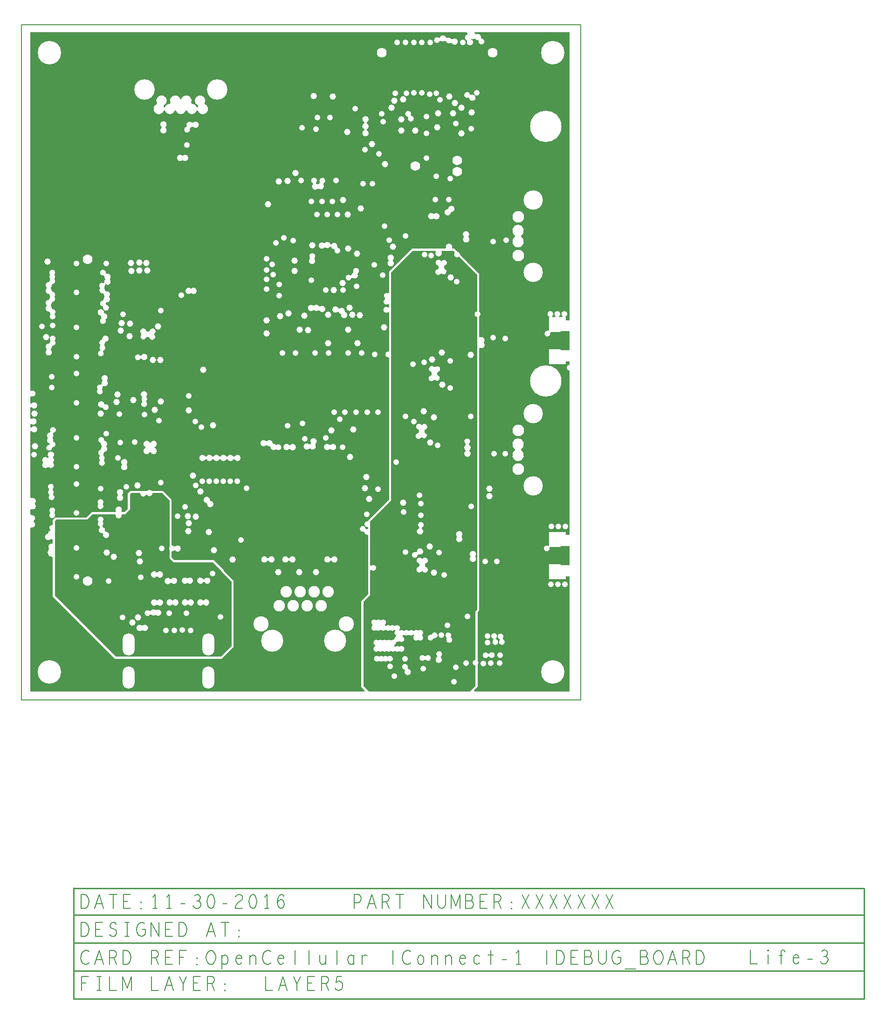
<source format=gbr>
G04 ================== begin FILE IDENTIFICATION RECORD ==================*
G04 Layout Name:  D:/shamshu/Dburg/final/OC_Connect-1_DEBUG_Life-3_final.brd*
G04 Film Name:    L5P.gbr*
G04 File Format:  Gerber RS274X*
G04 File Origin:  Cadence Allegro 16.6-2015-S060*
G04 Origin Date:  Thu Dec 01 02:08:26 2016*
G04 *
G04 Layer:  VIA CLASS/L5_PWR*
G04 Layer:  PIN/L5_PWR*
G04 Layer:  ETCH/L5_PWR*
G04 Layer:  DRAWING FORMAT/L5*
G04 Layer:  DRAWING FORMAT/FILM_LABEL_OUTLINE*
G04 Layer:  BOARD GEOMETRY/OUTLINE*
G04 *
G04 Offset:    (0.000 0.000)*
G04 Mirror:    No*
G04 Mode:      Positive*
G04 Rotation:  0*
G04 FullContactRelief:  No*
G04 UndefLineWidth:     6.000*
G04 ================== end FILE IDENTIFICATION RECORD ====================*
%FSLAX25Y25*MOIN*%
%IR0*IPPOS*OFA0.00000B0.00000*MIA0B0*SFA1.00000B1.00000*%
%ADD10C,.026*%
%ADD11C,.01*%
%ADD12C,.006*%
%ADD26C,.224004*%
%ADD20C,.109004*%
%ADD24C,.138004*%
%ADD18C,.146114*%
%ADD21C,.158004*%
%ADD13O,.087004X.158004*%
%ADD14C,.1678*%
%ADD15C,.042004*%
%ADD17C,.070004*%
%ADD19C,.082004*%
%ADD16C,.046004*%
%ADD25C,.083004*%
%ADD23C,.070164*%
%ADD22C,.069374*%
G75*
%LPD*%
G75*
G36*
G01X389056Y273558D02*
X388984Y273938D01*
X389123Y274005D01*
G03X386896Y274268I-905J1895D01*
G02X386644Y273558I-252J-311D01*
G01X384792D01*
G02X384541Y274268I0J400D01*
G03X381896I-1322J1632D01*
G02X381644Y273558I-252J-311D01*
G01X379792D01*
G02X379540Y274268I0J400D01*
G03X377314Y274005I-1322J1632D01*
G01X377452Y273938D01*
X377264Y272938D01*
Y264286D01*
G02X376744Y263905I-400J0D01*
G03X378160Y262390I-626J-2005D01*
G02X378549Y262883I389J93D01*
G01X385576D01*
Y263572D01*
X392000D01*
Y250034D01*
X385576D01*
Y250723D01*
X377264D01*
Y240049D01*
X389434D01*
Y242116D01*
X392000D01*
Y239600D01*
G03Y235400I0J-2100D01*
G01Y117891D01*
X389434D01*
Y119958D01*
X377264D01*
Y110468D01*
G02X376664Y110121I-400J0D01*
G03X377660Y108790I-1046J-1821D01*
G02X378049Y109283I389J93D01*
G01X385576D01*
Y109972D01*
X392000D01*
Y96434D01*
X385576D01*
Y97123D01*
X377264D01*
Y86449D01*
X389434D01*
Y88516D01*
X392000D01*
Y6200D01*
X323805D01*
G02X323522Y6883I0J400D01*
G01X326218Y9579D01*
Y25130D01*
G03Y28070I-1500J1470D01*
G01Y62779D01*
X327318Y63879D01*
Y251333D01*
G02X327911Y251684I400J0D01*
G03X330626Y255345I1107J2016D01*
G02X330618Y255623I140J143D01*
G03X327896Y259234I-1700J1550D01*
G02X327318Y259592I-178J358D01*
G01Y274076D01*
G03Y277524I-1200J1723D01*
G01Y304721D01*
X313519Y318521D01*
X313514Y318596D01*
G03X311546Y320565I-2096J-128D01*
G01X311470Y320569D01*
X309440Y322600D01*
X308226D01*
G02X307855Y323148I0J400D01*
G03X303581I-2137J852D01*
G02X303210Y322600I-372J-148D01*
G01X279197D01*
X262818Y306221D01*
Y291110D01*
G02X262231Y290756I-400J0D01*
G03X260007Y287207I-982J-1856D01*
G02X259965Y286535I-237J-323D01*
G03X262189Y282978I1022J-1835D01*
G02X262818Y282650I229J-328D01*
G01Y280876D01*
G02X262173Y280560I-400J0D01*
G03Y277240I-1286J-1660D01*
G02X262818Y276924I245J-316D01*
G01Y249488D01*
G02X262379Y249090I-400J0D01*
G03Y244910I-205J-2090D01*
G02X262818Y244512I39J-398D01*
G01Y143321D01*
X247918Y128421D01*
Y128186D01*
G02X247475Y127788I-400J0D01*
G03Y123612I-225J-2088D01*
G02X247918Y123214I43J-398D01*
G01Y122586D01*
G02X247475Y122188I-400J0D01*
G03X246624Y122105I-225J-2088D01*
G02X246107Y122446I-119J382D01*
G03X244643Y120227I-2089J-215D01*
G02X245160Y119886I119J-382D01*
G03X247475Y118012I2089J214D01*
G02X247918Y117614I43J-398D01*
G01Y75721D01*
X243018Y70821D01*
Y9279D01*
X245414Y6883D01*
G02X245131Y6200I-283J-283D01*
G01X6418D01*
Y122887D01*
G02X6919Y123274I400J0D01*
G03X8772Y127417I581J2226D01*
G02Y128083I221J333D01*
G03X6919Y132226I-1272J1917D01*
G02X6418Y132613I-101J387D01*
G01Y136072D01*
G02X6993Y136432I400J0D01*
G03X9627Y140126I1007J2068D01*
G02X9616Y140679I283J283D01*
G03X6982Y144334I-1694J1556D01*
G02X6418Y144699I-163J365D01*
G01Y191909D01*
G02X7141Y192145I400J0D01*
G03Y194855I1859J1355D01*
G02X6418Y195091I-323J236D01*
G01Y196962D01*
G02X7067Y197275I400J0D01*
G03Y200874I1433J1800D01*
G02X6418Y201187I-249J313D01*
G01Y208984D01*
G02X7141Y209220I400J0D01*
G03Y211930I1859J1355D01*
G02X6418Y212166I-323J236D01*
G01Y216797D01*
G02X7007Y217149I400J0D01*
G03Y220851I993J1851D01*
G02X6418Y221203I-189J352D01*
G01Y477400D01*
X318305D01*
X318354Y477272D01*
G03X318978Y476376I2146J828D01*
G02X318806Y475687I-265J-300D01*
G03X318408Y471348I536J-2237D01*
G01X318461Y471325D01*
X318594Y471126D01*
G03X321634Y472302I2106J-926D01*
G01X321582Y472325D01*
X321535Y472395D01*
G02X321794Y472683I166J111D01*
G03X324064Y472716I1106J2017D01*
G01X324162Y472774D01*
X324358Y472666D01*
X324385Y472626D01*
G03X326515Y471610I1915J1275D01*
G02X326944Y471130I37J-398D01*
G03X328922Y472799I2056J-430D01*
G02X328521Y473302I-15J400D01*
G03X325136Y475884I-2221J598D01*
G01X325038Y475826D01*
X324842Y475934D01*
X324811Y475980D01*
X324804Y475990D01*
G03X324105Y476659I-1904J-1290D01*
G02X324315Y477400I210J341D01*
G01X392000D01*
Y271491D01*
X389434D01*
Y273558D01*
X389056D01*
G37*
G36*
G01X248218Y6200D02*
X244518Y9900D01*
Y70200D01*
X249418Y75100D01*
Y92717D01*
G02X250098Y93002I400J0D01*
G03Y95998I1472J1498D01*
G02X249418Y96283I-280J285D01*
G01Y127800D01*
X264318Y142700D01*
Y305600D01*
X279818Y321100D01*
X295972D01*
G02X296314Y320493I0J-400D01*
G03X300248I1967J-1193D01*
G02X300590Y321100I342J207D01*
G01X308818D01*
X309949Y319969D01*
G03X312919Y316999I1469J-1501D01*
G01X325818Y304100D01*
Y277885D01*
X325662Y277850D01*
G03Y273750I456J-2050D01*
G01X325818Y273715D01*
Y64500D01*
X324718Y63400D01*
Y28700D01*
G03Y24500I0J-2100D01*
G01Y10200D01*
X320718Y6200D01*
X248218D01*
G37*
%LPC*%
G75*
G36*
G01X320773Y432838D02*
G03X321350Y432547I395J64D01*
G02X320113Y430257I1050J-2047D01*
G03X319552Y430581I-398J-42D01*
G02X320773Y432838I-853J1919D01*
G37*
G36*
G01X278375Y418150D02*
G03X278690Y417585I363J-168D01*
G02X276531Y416382I-253J-2085D01*
G03X276216Y416947I-363J168D01*
G02X278375Y418150I253J2085D01*
G37*
G36*
G01X117883Y409708D02*
G03X118145Y410259I-102J387D01*
G02X122070Y412602I2096J947D01*
G03X122706I318J243D01*
G02Y409810I1828J-1396D01*
G03X122070I-318J-243D01*
G02X120682Y408948I-1828J1396D01*
G03X120384Y408415I77J-393D01*
G02X117883Y409708I-1966J-738D01*
G37*
G36*
G01X102953Y409615D02*
G03Y408979I243J-318D01*
G02X100161I-1396J-1828D01*
G03Y409615I-243J318D01*
G02X102953I1396J1828D01*
G37*
G36*
G01X115110Y389143D02*
G03X115390I140J143D01*
G02Y385857I1610J-1643D01*
G03X115110I-140J-143D01*
G02Y389143I-1610J1643D01*
G37*
G36*
G01X307293Y348703D02*
G03X307082Y348517I-11J-200D01*
G02X304912Y350966I-2295J152D01*
G03X305123Y351152I11J200D01*
G02X307293Y348703I2295J-152D01*
G37*
G36*
G01X295158Y344110D02*
G03X294616I-271J-294D01*
G02Y347490I-1560J1691D01*
G03X295158I271J294D01*
G02Y344110I1560J-1690D01*
G37*
G36*
G01X319635Y331366D02*
G03X319650Y330819I299J-266D01*
G02X316298Y330727I-1633J-1620D01*
G03X316283Y331274I-299J266D01*
G02X319635Y331366I1633J1620D01*
G37*
G36*
G01X357199Y331926D02*
G03Y331233I200J-346D01*
G02X353037I-2081J-3591D01*
G03Y331926I-200J346D01*
G02X357199I2081J3591D01*
G37*
G36*
G01X206186Y315519D02*
G03X206232Y316048I-275J290D01*
G02X209489Y315906I1686J1252D01*
G03Y315376I299J-265D01*
G02X206186Y315519I-1721J-1526D01*
G37*
G36*
G01X265561Y314447D02*
G03Y313853I268J-297D01*
G02X262475I-1543J-1706D01*
G03Y314447I-268J297D01*
G02X265561I1543J1706D01*
G37*
G36*
G01X121404Y290763D02*
G03X121132I-136J-147D01*
G02Y294137I-1564J1687D01*
G03X121404I136J147D01*
G02Y290763I1564J-1687D01*
G37*
G36*
G01X212810Y281295D02*
G03X213440Y281172I361J173D01*
G02X212915Y278477I1548J-1701D01*
G03X212285Y278600I-361J-173D01*
G02X209243Y278551I-1548J1701D01*
G03X208706Y278536I-260J-304D01*
G02X208612Y281949I-1588J1664D01*
G03X209148Y281964I260J304D01*
G02X212810Y281295I1588J-1664D01*
G37*
G36*
G01X231204Y277645D02*
G03X231346Y277413I196J-40D01*
G02X228464Y275659I-627J-2213D01*
G03X228323Y275891I-196J40D01*
G02X226789Y277316I628J2213D01*
G03X226140Y277471I-376J-137D01*
G02X226729Y279938I-1572J1679D01*
G03X227378Y279783I376J137D01*
G02X231204Y277645I1572J-1679D01*
G37*
G36*
G01X22160Y284531D02*
G03X21792Y284098I30J-399D01*
G02X21045Y282196I-2292J-198D01*
G03Y281604I269J-296D01*
G02X21799Y279815I-1545J-1704D01*
G03X22202Y279400I400J-15D01*
G02X23749Y275862I17J-2100D01*
G03Y275588I146J-137D01*
G02X20687I-1531J-1438D01*
G03Y275862I-146J137D01*
G02X20119Y277223I1531J1438D01*
G03X19687Y277607I-400J-15D01*
G02X17955Y281604I-187J2293D01*
G03Y282196I-269J296D01*
G02X19500Y286200I1545J1704D01*
G03X19900Y286604I0J400D01*
G02X20469Y288063I2100J21D01*
G03Y288337I-146J137D01*
G02X19900Y289796I1531J1438D01*
G03X19500Y290200I-400J4D01*
G02X17955Y294204I0J2300D01*
G03Y294796I-269J296D01*
G02X19504Y298800I1545J1704D01*
G03X19904Y299224I1J400D01*
G02X20469Y300788I2096J126D01*
G03Y301062I-146J137D01*
G02X20408Y303870I1531J1438D01*
G03Y304130I-152J130D01*
G02X23592I1592J1370D01*
G03Y303870I152J-130D01*
G02X23531Y301062I-1592J-1370D01*
G03Y300788I146J-137D01*
G02X22148Y297255I-1531J-1438D01*
G03X21780Y296804I28J-399D01*
G02X21045Y294796I-2280J-304D01*
G03Y294204I269J-296D01*
G02X21792Y292302I-1545J-1704D01*
G03X22160Y291869I399J-34D01*
G02X23531Y288337I-160J-2094D01*
G03Y288063I146J-137D01*
G02X22160Y284531I-1531J-1438D01*
G37*
G36*
G01X60139Y272156D02*
G03X60060Y271884I96J-176D01*
G02X57062Y272628I-1842J-1009D01*
G03X57119Y272906I-110J167D01*
G02X56753Y274446I1918J1269D01*
G03X56403Y274891I-397J47D01*
G02X58959Y276903I272J2284D01*
G03X59309Y276459I397J-47D01*
G02X60139Y272156I-272J-2284D01*
G37*
G36*
G01X91448Y259149D02*
G03X90952Y259469I-394J-67D01*
G02X89695Y259528I-533J2031D01*
G03X89167Y259240I-138J-376D01*
G02X85712Y261260I-2049J460D01*
G03X85696Y261868I-268J297D01*
G02X89100Y263772I1322J1632D01*
G03X89644Y263452I397J52D01*
G02X91192I774J-1952D01*
G03X91736Y263772I147J372D01*
G02X94943Y261726I2082J-273D01*
G03X94895Y261086I214J-338D01*
G02X91448Y259149I-1376J-1586D01*
G37*
G36*
G01X17955Y250204D02*
G03Y250796I-269J296D01*
G02X19686Y254793I1545J1704D01*
G03X20118Y255201I32J399D01*
G02X20687Y256688I2100J50D01*
G03Y256962I-146J137D01*
G02X23749I1531J1438D01*
G03Y256688I146J-137D01*
G02X22193Y253150I-1531J-1438D01*
G03X21790Y252713I-5J-400D01*
G02X21045Y250796I-2290J-213D01*
G03Y250204I269J-296D01*
G02X17955I-1545J-1704D01*
G37*
G36*
G01X57385Y257571D02*
G03X57715Y258011I-67J394D01*
G02X60200Y255983I2285J264D01*
G03X59835Y255571I35J-398D01*
G02X59142Y253940I-2099J-71D01*
G03X59158Y253332I268J-297D01*
G02X58505Y249709I-1322J-1632D01*
G03X58329Y249069I127J-379D01*
G02X56068Y249691I-1593J-1369D01*
G03X56244Y250331I-127J379D01*
G02X56430Y253260I1593J1369D01*
G03X56414Y253868I-268J297D01*
G02X57385Y257571I1322J1632D01*
G37*
G36*
G01X89232Y213548D02*
G03X89216Y212972I269J-296D01*
G02X86304Y213052I-1498J-1472D01*
G03X86320Y213628I-269J296D01*
G02X86195Y216433I1498J1472D01*
G03X86167Y216715I-155J127D01*
G02X89268Y216898I1451J1785D01*
G03X89273Y216614I143J-139D01*
G02X89232Y213548I-1455J-1514D01*
G37*
G36*
G01X59225Y211617D02*
G03X59722Y211283I397J53D01*
G02X58192Y208833I528J-2033D01*
G03X57673Y209133I-392J-79D01*
G02X59225Y211617I-728J2182D01*
G37*
G36*
G01X206455Y179723D02*
G03X205841I-307J-257D01*
G02Y182677I-1764J1477D01*
G03X206455I307J257D01*
G02X206863Y183059I1764J-1477D01*
G03X206962Y183602I-236J323D01*
G02X210239Y183007I1922J1264D01*
G03X210140Y182464I236J-323D01*
G02X206455Y179723I-1922J-1264D01*
G37*
G36*
G01X182224Y179193D02*
G03X181941Y179194I-142J-140D01*
G02X178022Y180852I-1619J1634D01*
G03X177572Y181253I-400J4D01*
G02X175525Y182058I-284J2283D01*
G03X174912I-307J-257D01*
G02Y185012I-1763J1477D01*
G03X175525I307J257D01*
G02X179588Y183512I1764J-1477D01*
G03X180038Y183111I400J-4D01*
G02X182087Y182303I284J-2283D01*
G03X182369Y182278I153J128D01*
G02X182224Y179193I1349J-1610D01*
G37*
G36*
G01X221022Y179364D02*
G03X220397I-312J-250D01*
G02Y182236I-1797J1436D01*
G03X221022I312J250D01*
G02Y179364I1797J-1436D01*
G37*
G36*
G01X191461Y182157D02*
G03X192102Y182135I329J227D01*
G02X192007Y179393I1798J-1435D01*
G03X191366Y179415I-329J-227D01*
G02X191461Y182157I-1798J1435D01*
G37*
G36*
G01X357199Y179226D02*
G03Y178533I200J-346D01*
G02X353037I-2081J-3591D01*
G03Y179226I-200J346D01*
G02X357199I2081J3591D01*
G37*
G36*
G01X59095Y185682D02*
G03X59421Y185261I399J-27D01*
G02X60643Y181390I-421J-2261D01*
G03Y181110I143J-140D01*
G02X59157Y177205I-1643J-1610D01*
G03X58971Y176992I14J-200D01*
G02X58438Y175441I-2095J-147D01*
G03X58538Y174826I297J-267D01*
G02X59000Y171530I-1038J-1826D01*
G03Y170970I286J-280D01*
G02X56000I-1500J-1470D01*
G03Y171530I-286J280D01*
G02X55938Y174404I1500J1470D01*
G03X55838Y175019I-297J267D01*
G02X56559Y178921I1038J1826D01*
G03X56727Y179149I-30J198D01*
G02X57357Y181110I2273J351D01*
G03Y181390I-143J140D01*
G02X56727Y183354I1643J1610D01*
G03X56439Y183801I-395J62D01*
G02X59095Y185682I561J2024D01*
G37*
G36*
G01X18704Y173045D02*
G03X19296I296J269D01*
G02X19398Y173150I1704J-1545D01*
G03Y173724I-279J287D01*
G02X22602I1602J1650D01*
G03Y173150I279J-287D01*
G02X22643Y169890I-1602J-1650D01*
G03Y169610I143J-140D01*
G02X19296Y166455I-1643J-1610D01*
G03X18704I-296J-269D01*
G02X15357Y169610I-1704J1545D01*
G03Y169890I-143J140D01*
G02X18704Y173045I1643J1610D01*
G37*
G36*
G01X75143Y168390D02*
G03Y168110I143J-140D01*
G02X71857I-1643J-1610D01*
G03Y168390I-143J140D01*
G02X75143I1643J1610D01*
G37*
G36*
G01X22628Y147173D02*
G03X22708Y146593I310J-253D01*
G02X19872Y146202I-1208J-1718D01*
G03X19792Y146782I-310J253D01*
G02X19740Y150180I1208J1718D01*
G03Y150820I-240J320D01*
G02X22260I1260J1680D01*
G03Y150180I240J-320D01*
G02X22628Y147173I-1260J-1680D01*
G37*
G36*
G01X72045Y146796D02*
G03Y146204I269J-296D01*
G02X68955I-1545J-1704D01*
G03Y146796I-269J296D01*
G02X72045I1545J1704D01*
G37*
G36*
G01X132715Y140261D02*
G03X132344Y140705I-397J45D01*
G02X134785Y142739I156J2295D01*
G03X135156Y142295I397J-45D01*
G02X132715Y140261I-156J-2295D01*
G37*
G36*
G01X58092Y140130D02*
G03Y139870I152J-130D01*
G02X54908I-1592J-1370D01*
G03Y140130I-152J130D01*
G02X58092I1592J1370D01*
G37*
G36*
G01X341967Y42916D02*
G03X341823Y43556I-295J270D01*
G02X344169Y44084I795J1944D01*
G03X344313Y43444I295J-270D01*
G02X341967Y42916I-795J-1944D01*
G37*
G36*
G01X308077Y472230D02*
G02X307556Y469766I1623J-1630D01*
G03X306917Y469919I-373J-145D01*
G02X303494Y470917I-1401J1565D01*
G03X302855Y471119I-385J-108D01*
G02X299778Y471269I-1455J1781D01*
G03X299113Y471100I-282J-284D01*
G02X298511Y473256I-2013J600D01*
G03X299168Y473455I269J296D01*
G02X303643Y473409I2232J-555D01*
G03X304270Y473175I390J89D01*
G02X307430Y472348I1245J-1691D01*
G03X308077Y472230I365J165D01*
G37*
G36*
G01X101729Y421281D02*
G02X96690Y425962I-3559J1221D01*
G03X96879Y426529I-157J368D01*
G02X101619Y424949I3260J1879D01*
G03X101430Y424381I157J-368D01*
G02X101729Y423724I-3260J-1879D01*
G03X102485I378J130D01*
G02X106187Y426262I3559J-1221D01*
G03X106566Y426830I15J400D01*
G02X113540Y429629I3415J1578D01*
G03X114296I378J130D01*
G02X121270Y426830I3559J-1221D01*
G03X121649Y426262I363J-168D01*
G02X125351Y423724I143J-3760D01*
G03X126107I378J130D01*
G02X126406Y424381I3559J-1221D01*
G03X126217Y424949I-347J200D01*
G02X130957Y426529I1480J3459D01*
G03X131146Y425962I347J-200D01*
G02X126107Y421281I-1480J-3459D01*
G03X125351I-378J-130D01*
G02X118233I-3559J1221D01*
G03X117477I-378J-130D01*
G02X110359I-3559J1221D01*
G03X109603I-378J-130D01*
G02X102485I-3559J1221D01*
G03X101729I-378J-130D01*
G37*
G36*
G01X246869Y407261D02*
G02X245131I-869J-2130D01*
G03Y408002I-151J370D01*
G02Y412261I869J2130D01*
G03Y413002I-151J370D01*
G02X246869I869J2130D01*
G03Y412261I151J-370D01*
G02Y408002I-869J-2130D01*
G03Y407261I151J-370D01*
G37*
G36*
G01X211799Y365507D02*
G02X208508Y368677I-1830J1393D01*
G03X208405Y369356I-254J309D01*
G02X210607Y369741I795J1944D01*
G03X210741Y369067I268J-297D01*
G02X211572Y368549I-772J-2167D01*
G03X212170Y368593I279J287D01*
G02X213279Y369384I1830J-1393D01*
G03X213481Y369994I-125J380D01*
G02X215971Y369247I1719J1206D01*
G03X215804Y368626I147J-372D01*
G02X212396Y365551I-1804J-1426D01*
G03X211799Y365507I-279J-287D01*
G37*
G36*
G01X226145Y323288D02*
G02X223880Y321706I-226J-2088D01*
G03X223510Y322202I-388J96D01*
G02X221397Y323883I104J2298D01*
G03X220672Y323986I-385J-107D01*
G02X217218Y323456I-1954J1214D01*
G03X216641Y323397I-261J-303D01*
G02X216318Y326544I-1823J1403D01*
G03X216896Y326603I261J303D01*
G02X220934Y325817I1822J-1403D01*
G03X221659Y325714I385J107D01*
G02X225806Y323806I1954J-1214D01*
G03X226145Y323288I381J-121D01*
G37*
G36*
G01X235974Y301672D02*
G02X235347Y303409I-2088J228D01*
G03X236024Y303668I278J287D01*
G02X237197Y305509I2294J-168D01*
G03X237373Y306009I-195J349D01*
G02X240497Y305062I1945J791D01*
G03X240365Y304548I225J-331D01*
G02X236660Y301906I-2047J-1048D01*
G03X235974Y301672I-288J-277D01*
G37*
G36*
G01X60599Y282419D02*
G02X58410Y280877I-163J-2094D01*
G03X58055Y281381I-386J105D01*
G02X58331Y285572I163J2094D01*
G03X58744Y286050I21J399D01*
G02X59357Y288110I2256J450D01*
G03Y288390I-143J140D01*
G02X58722Y290315I1643J1610D01*
G03X58231Y290759I-396J55D01*
G02X56151Y294178I-495J2041D01*
G03X56133Y294721I-302J262D01*
G02X58676Y298018I1493J1477D01*
G03X59264Y298458I200J346D01*
G02X59857Y300610I2235J542D01*
G03Y300890I-143J140D01*
G02X59260Y303021I1643J1610D01*
G03X58766Y303498I-390J91D01*
G02X60284Y305144I-548J2028D01*
G03X60799Y304691I393J-73D01*
G02X63143Y300890I701J-2191D01*
G03Y300610I143J-140D01*
G02X60286Y297047I-1643J-1610D01*
G03X59683Y296625I-211J-340D01*
G02X59212Y294821I-2056J-427D01*
G03X59229Y294277I302J-262D01*
G02X59829Y292621I-1493J-1477D01*
G03X60342Y292204I399J-34D01*
G02X62643Y288390I658J-2204D01*
G03Y288110I143J-140D01*
G02X60740Y284214I-1643J-1610D01*
G03X60298Y283762I-45J-397D01*
G02X60244Y282923I-2080J-288D01*
G03X60599Y282419I386J-105D01*
G37*
G36*
G01X85084Y243936D02*
G02X84939Y246104I-1866J964D01*
G03X85630Y246165I328J229D01*
G02X85777Y243966I2088J-965D01*
G03X85084Y243936I-338J-215D01*
G37*
G36*
G01X57592Y221870D02*
G02X54408I-1592J-1370D01*
G03Y222130I-152J130D01*
G02X56741Y225465I1592J1370D01*
G03X57270Y225937I141J374D01*
G02X57857Y228110I2230J563D01*
G03Y228390I-143J140D01*
G02X61143I1643J1610D01*
G03Y228110I143J-140D01*
G02X58603Y224382I-1643J-1610D01*
G03X58055Y223932I-156J-368D01*
G02X57592Y222130I-2055J-432D01*
G03Y221870I152J-130D01*
G37*
G36*
G01X21884Y180184D02*
G02X19738Y182393I-2097J109D01*
G03X20128Y182772I-9J400D01*
G02X20173Y183108I2097J-110D01*
G03X20020Y183345I-195J42D01*
G02X18815Y187156I484J2249D01*
G03X18815Y187428I-147J136D01*
G02X20389Y191292I1685J1566D01*
G03X20711Y191901I-19J400D01*
G02X22696Y190909I1789J1099D01*
G03X22403Y190286I37J-398D01*
G02X22188Y187432I-1903J-1292D01*
G03X22188Y187160I147J-136D01*
G02X22703Y184922I-1685J-1566D01*
G03X22836Y184672I191J-58D01*
G02X22274Y180563I-611J-2009D01*
G03X21884Y180184I9J-400D01*
G37*
G36*
G01X91630Y177131D02*
G02X88631Y180130I-2130J869D01*
G03Y180870I-151J370D01*
G02X91630Y183869I869J2130D01*
G03X92370I370J151D01*
G02X95369Y180870I2130J-869D01*
G03Y180130I151J-370D01*
G02X92370Y177131I-869J-2130D01*
G03X91630I-370J-151D01*
G37*
G36*
G01X131548Y172131D02*
G02Y173869I-2130J869D01*
G03X132288I370J151D01*
G02X136548I2130J-869D01*
G03X137288I370J151D01*
G02X141548I2130J-869D01*
G03X142288I370J151D01*
G02X146548I2130J-869D01*
G03X147288I370J151D01*
G02X151548I2130J-869D01*
G03X152288I370J151D01*
G02Y172131I2130J-869D01*
G03X151548I-370J-151D01*
G02X147288I-2130J869D01*
G03X146548I-370J-151D01*
G02X142288I-2130J869D01*
G03X141548I-370J-151D01*
G02X137288I-2130J869D01*
G03X136548I-370J-151D01*
G02X132288I-2130J869D01*
G03X131548I-370J-151D01*
G37*
G36*
G01X220848Y99573D02*
G02Y101312I-2130J869D01*
G03X221588I370J151D01*
G02Y99573I2130J-869D01*
G03X220848I-370J-151D01*
G37*
G36*
G01X190848D02*
G02Y101312I-2130J869D01*
G03X191588I370J151D01*
G02Y99573I2130J-869D01*
G03X190848I-370J-151D01*
G37*
G36*
G01X175848D02*
G02Y101312I-2130J869D01*
G03X176588I370J151D01*
G02Y99573I2130J-869D01*
G03X175848I-370J-151D01*
G37*
G36*
G01X339483Y43392D02*
G02X337481Y43020I-665J-1992D01*
G03X337353Y43708I-255J309D01*
G02X339355Y44080I665J1992D01*
G03X339483Y43392I255J-309D01*
G37*
G36*
G01X333811Y30991D02*
G02X333721Y32977I-1893J909D01*
G03X334425Y33009I343J205D01*
G02X334515Y31023I1893J-909D01*
G03X333811Y30991I-343J-205D01*
G37*
G36*
G01X23500Y134030D02*
G03Y133470I286J-280D01*
G02X20500I-1500J-1470D01*
G03Y134030I-286J280D01*
G02X23500I1500J1470D01*
G37*
G36*
G01X20981Y115332D02*
G02X18966Y118800I-1981J1168D01*
G03X19413Y120330I-1848J1370D01*
G02X19877Y120753I399J28D01*
G03X20295Y120726I341J2072D01*
G02X20500Y120970I1705J-1226D01*
G03Y121530I-286J280D01*
G02X22015Y125100I1500J1470D01*
G03X22418Y125500I3J400D01*
G01Y128740D01*
X24179Y130500D01*
X46379D01*
X50179Y134300D01*
X67133D01*
G03X67484Y134893I0J400D01*
G02X71516I2016J1107D01*
G03X71867Y134300I351J-193D01*
G01X73479D01*
X76000Y136821D01*
Y147621D01*
X77879Y149500D01*
X86359D01*
X86388Y149509D01*
G02X87612I612J-2009D01*
G01X87641Y149500D01*
X89756D01*
G02X93244I1744J-1500D01*
G01X101040D01*
X107318Y143221D01*
Y110799D01*
G03X107707Y110399I400J0D01*
G02X109206Y109710I-58J-2099D01*
G03X109816Y109729I297J268D01*
G02Y106871I1802J-1429D01*
G03X109206Y106890I-313J-249D01*
G02X107707Y106201I-1557J1409D01*
G03X107318Y105801I11J-400D01*
G01Y102021D01*
X109339Y100000D01*
X137440D01*
X144518Y92921D01*
Y92521D01*
X151718Y85321D01*
Y37979D01*
X143240Y29500D01*
X66997D01*
X22418Y74079D01*
Y101710D01*
G03X22018Y102110I-400J0D01*
G02X21730Y102233I0J400D01*
G03X19877Y102847I-1512J-1458D01*
G02X19413Y103270I-65J395D01*
G03X18595Y105193I-2295J160D01*
G02Y105807I257J307D01*
G03X19413Y107730I-1477J1763D01*
G02X19524Y108036I399J28D01*
G03X19550Y108281I-144J139D01*
G02X21941Y111758I1951J1219D01*
G03X22418Y112150I77J393D01*
G01Y114310D01*
G03X22018Y114710I-400J0D01*
G02X21730Y114833I0J400D01*
G03X20981Y115332I-1512J-1458D01*
G37*
G36*
G01X302117Y308755D02*
G03X302405Y308243I381J-123D01*
G02X300356Y304796I-487J-2043D01*
G03X299724Y304748I-297J-267D01*
G02X297851Y307997I-1756J1152D01*
G03X298195Y308557I-22J399D01*
G02X298114Y310028I1924J843D01*
G03X297810Y310540I-382J120D01*
G02X299890Y313871I408J2060D01*
G03X300514Y313855I318J242D01*
G02X302469Y310429I1604J-1355D01*
G03X302149Y309933I67J-394D01*
G02X302117Y308755I-2031J-533D01*
G37*
G36*
G01X297317Y232755D02*
G03X297605Y232243I381J-123D01*
G02X295556Y228796I-487J-2043D01*
G03X294924Y228748I-297J-267D01*
G02X293051Y231997I-1756J1152D01*
G03X293395Y232557I-22J399D01*
G02X293314Y234028I1924J843D01*
G03X293010Y234540I-382J120D01*
G02X295090Y237871I408J2060D01*
G03X295714Y237855I318J242D01*
G02X297669Y234429I1604J-1355D01*
G03X297349Y233933I67J-394D01*
G02X297317Y232755I-2031J-533D01*
G37*
G36*
G01X284114Y192828D02*
G03X283810Y193340I-382J120D01*
G02X285890Y196671I408J2060D01*
G03X286514Y196655I318J242D01*
G02X288469Y193229I1604J-1355D01*
G03X288149Y192733I67J-394D01*
G02X288117Y191555I-2031J-533D01*
G03X288405Y191043I381J-123D01*
G02X286356Y187596I-487J-2043D01*
G03X285724Y187548I-297J-267D01*
G02X283851Y190797I-1756J1152D01*
G03X284195Y191357I-22J399D01*
G02X284114Y192828I1924J843D01*
G37*
G36*
G01X314725Y116936D02*
G03Y116664I147J-136D01*
G02X311352I-1687J-1564D01*
G03Y116936I-147J136D01*
G02X314725I1687J1564D01*
G37*
G36*
G01X324505Y102736D02*
G03Y102464I147J-136D01*
G02X321132I-1687J-1564D01*
G03Y102736I-147J136D01*
G02X324505I1687J1564D01*
G37*
G36*
G01X288869Y97529D02*
G03X288549Y97033I67J-394D01*
G02X288471Y95726I-2031J-533D01*
G03X288791Y95182I372J-147D01*
G02X286807Y91883I-272J-2082D01*
G03X286167Y91899I-326J-232D01*
G02X284216Y95278I-1649J1301D01*
G03X284536Y95806I-58J396D01*
G02X284514Y97128I1982J694D01*
G03X284210Y97640I-382J120D01*
G02X286290Y100971I408J2060D01*
G03X286914Y100955I318J242D01*
G02X288869Y97529I1604J-1355D01*
G37*
G36*
G01X295023Y44159D02*
G03X294548Y43894I-94J-389D01*
G02X293045Y46582I-1998J648D01*
G03X293520Y46848I94J389D01*
G02X295023Y44159I1998J-648D01*
G37*
G36*
G01X307029Y45136D02*
G03X307141Y44608I345J-203D01*
G02X304108Y43964I-1222J-1708D01*
G03X303996Y44492I-345J203D01*
G02X307029Y45136I1222J1708D01*
G37*
G36*
G01X289038Y28740D02*
G03X288398I-320J-240D01*
G02Y31260I-1680J1260D01*
G03X289038I320J240D01*
G02Y28740I1680J-1260D01*
G37*
G36*
G01X255848Y27908D02*
G03X255588I-130J-152D01*
G02Y31092I-1370J1592D01*
G03X255848I130J152D01*
G02X258588I1370J-1592D01*
G03X258849I130J152D01*
G02X261617Y31066I1370J-1592D01*
G03X262150I266J298D01*
G02Y27934I1399J-1566D01*
G03X261617I-266J-298D01*
G02X258849Y27908I-1399J1566D01*
G03X258588I-130J-152D01*
G02X255848I-1370J1592D01*
G37*
G36*
G01X299899Y31079D02*
G03X299864Y30445I225J-331D01*
G02X297186Y30675I-1499J-1745D01*
G03X297258Y31306I-205J343D01*
G02X299899Y31079I1460J1510D01*
G37*
G36*
G01X276126Y22854D02*
G03X276449Y22289I363J-167D01*
G02X274184Y21075I-231J-2289D01*
G03X273893Y21657I-354J187D01*
G02X276126Y22854I325J2075D01*
G37*
G36*
G01X320310Y177932D02*
G02X317526I-1392J-1832D01*
G03Y178568I-242J318D01*
G02X317682Y182340I1392J1831D01*
G03X317678Y183016I-215J337D01*
G02X320000Y183086I1109J1784D01*
G03X320037Y182410I231J-326D01*
G02X320310Y178568I-1119J-2010D01*
G03Y177932I242J-318D01*
G37*
G36*
G01X286178Y122476D02*
G02X284373Y122713I-1178J-1976D01*
G03X284481Y123434I-109J385D01*
G02X286260Y123200I1137J1766D01*
G03X286178Y122476I122J-381D01*
G37*
G36*
G01X283331Y103749D02*
G02X282155Y105523I-2097J-114D01*
G03X282729Y105921I175J359D01*
G02X283921Y104122I2289J223D01*
G03X283331Y103749I-191J-352D01*
G37*
G36*
G01X255088Y34908D02*
G02X252802Y38390I-1370J1592D01*
G03Y39110I-174J360D01*
G02X255088Y42592I916J1890D01*
G03X255349I130J152D01*
G02X258088I1370J-1592D01*
G03X258348I130J152D01*
G02X261088I1370J-1592D01*
G03X261349I130J152D01*
G02X264088I1370J-1592D01*
G03X264348I130J152D01*
G02X266138Y43058I1370J-1592D01*
G03X266618Y43458I80J392D01*
G02X267802Y45390I2100J42D01*
G03Y46110I-174J360D01*
G02X267218Y49470I916J1890D01*
G03Y50030I-286J280D01*
G02X267120Y50137I1500J1470D01*
G03X266816I-152J-130D01*
G02X263848Y49908I-1598J1363D01*
G03X263588I-130J-152D01*
G02X260748Y50000I-1370J1592D01*
G03X260188I-280J-286D01*
G02X257248I-1470J1500D01*
G03X256688I-280J-286D01*
G02X253848Y49908I-1470J1500D01*
G03X253588I-130J-152D01*
G02X250958Y53180I-1370J1592D01*
G03Y53820I-240J320D01*
G02X253588Y57092I1260J1680D01*
G03X253848I130J152D01*
G02X256688Y57000I1370J-1592D01*
G03X257248I280J286D01*
G02X259978Y53820I1470J-1500D01*
G03Y53180I240J-320D01*
G02X260188Y53000I-1260J-1680D01*
G03X260748I280J286D01*
G02X263588Y53092I1470J-1500D01*
G03X263848I130J152D01*
G02X266688Y53000I1370J-1592D01*
G03X267248I280J286D01*
G02X270081Y49902I1470J-1500D01*
G03Y49598I130J-152D01*
G02X270088Y49592I-1355J-1604D01*
G03X270348I130J152D01*
G02X273188Y49500I1370J-1592D01*
G03X273748I280J286D01*
G02X276688I1470J-1500D01*
G03X277248I280J286D01*
G02X280188I1470J-1500D01*
G03X280748I280J286D01*
G02X283588Y49592I1470J-1500D01*
G03X283849I130J152D01*
G02X286718Y46530I1370J-1592D01*
G03Y45970I286J-280D01*
G02X283849Y42908I-1500J-1470D01*
G03X283588I-130J-152D01*
G02X280718Y45970I-1370J1592D01*
G03Y46530I-286J280D01*
G02X280620Y46637I1500J1470D01*
G03X280316I-152J-130D01*
G02X277248Y46500I-1598J1363D01*
G03X276688I-280J-286D01*
G02X273748I-1470J1500D01*
G03X273188I-280J-286D01*
G02X272634Y46110I-1470J1500D01*
G03Y45390I174J-360D01*
G02X270348Y41908I-916J-1890D01*
G03X270088I-130J-152D01*
G02X268298Y41442I-1370J1592D01*
G03X267818Y41042I-80J-392D01*
G02X266634Y39110I-2100J-42D01*
G03Y38390I174J-360D01*
G02X267088Y38092I-916J-1890D01*
G03X267349I130J152D01*
G02X270088I1370J-1592D01*
G03X270348I130J152D01*
G02Y34908I1370J-1592D01*
G03X270088I-130J-152D01*
G02X267349I-1370J1592D01*
G03X267088I-130J-152D01*
G02X264348I-1370J1592D01*
G03X264088I-130J-152D01*
G02X261349I-1370J1592D01*
G03X261088I-130J-152D01*
G02X258348I-1370J1592D01*
G03X258088I-130J-152D01*
G02X255349I-1370J1592D01*
G03X255088I-130J-152D01*
G37*
G54D26*
X374998Y228000D03*
Y410038D03*
G54D20*
X171226Y54508D03*
X232210D03*
G54D24*
X365787Y153013D03*
Y204746D03*
Y357446D03*
Y305713D03*
G54D18*
X88052Y436282D03*
X139784D03*
G54D21*
X179218Y42500D03*
X224218D03*
G54D13*
X133561Y16103D03*
X76475D03*
G54D14*
X20000Y20000D03*
Y462677D03*
X380000Y20000D03*
Y462677D03*
G54D15*
X9000Y175500D03*
X39218Y212500D03*
Y187500D03*
Y166750D03*
Y154500D03*
X56500Y151000D03*
X60500Y190500D03*
X70000Y204500D03*
X69000Y173000D03*
X75000Y152500D03*
X70500Y184000D03*
X81000Y184500D03*
X14500Y267000D03*
X39218Y245500D03*
Y266250D03*
Y291250D03*
X22218Y267850D03*
X39218Y233250D03*
X72618Y275800D03*
X21500Y223500D03*
Y231000D03*
X39218Y312000D03*
X60500D03*
X111618Y131282D03*
X117000Y138000D03*
X156874Y114500D03*
X129218Y156400D03*
X154218D03*
X149218D03*
X144218D03*
X139218D03*
X134218D03*
X119718Y217500D03*
X124218Y199000D03*
X87918Y204000D03*
X99500Y155500D03*
X124500Y153500D03*
X98218Y199740D03*
X128500Y195000D03*
X114418Y289500D03*
X99500Y278300D03*
X118418Y396677D03*
X200962Y197700D03*
X202618Y186800D03*
X229718Y180668D03*
X231362Y205604D03*
X223488D03*
X227518Y200668D03*
X217518Y187268D03*
X190118Y196200D03*
X161000Y151500D03*
X195961Y247900D03*
X219583D03*
X186449D03*
X210071D03*
X184150Y289200D03*
X175250Y293800D03*
X217718Y293000D03*
X229818Y293100D03*
X184250Y297200D03*
X175250Y300600D03*
Y307400D03*
Y315400D03*
X182087Y326700D03*
X194218Y328232D03*
X187718Y330417D03*
X225918Y347168D03*
X218697D03*
X211218Y347200D03*
X222418Y356468D03*
X214918D03*
X207418D03*
X179835Y303906D03*
X179401Y311265D03*
X207228Y300038D03*
X211700Y416500D03*
X200000Y371500D03*
X210500Y408000D03*
X200500Y409000D03*
X224800Y371300D03*
X220600Y416500D03*
X246950Y132800D03*
X254984Y205604D03*
X247110D03*
X239236D03*
X254818Y150768D03*
X252662Y247000D03*
X233693Y247900D03*
X243205D03*
X239618Y295700D03*
X274618Y331700D03*
X258318Y303778D03*
X305774Y357800D03*
X295974D03*
X262918Y328700D03*
X259587Y338600D03*
X252218Y311000D03*
X244300Y369100D03*
X251000Y369000D03*
X257532Y418969D03*
X289563Y405000D03*
X299350Y429050D03*
X296600Y433700D03*
X292000Y433000D03*
X286406Y434100D03*
X296718Y374300D03*
X289718Y387500D03*
X255500Y390500D03*
X245500Y393500D03*
X267200Y433700D03*
X275400D03*
X280500Y434100D03*
X238700Y422800D03*
X289500Y417000D03*
X258500Y413500D03*
X268698Y470100D03*
X274604D03*
X280509D03*
X286415D03*
X292320D03*
X333418Y41000D03*
X333118Y45600D03*
X342118Y32100D03*
X341918Y26300D03*
X335718D03*
X330218Y26200D03*
X378818Y124100D03*
X378618Y82600D03*
X339794Y99000D03*
X331642D03*
X346092Y175926D03*
X337940D03*
X346092Y258400D03*
X337218Y259100D03*
X346718Y328626D03*
X337168Y327650D03*
X310706Y412000D03*
X321468Y408532D03*
X325776Y434100D03*
X306618Y372700D03*
X315700Y470100D03*
X388818Y124100D03*
X383818D03*
X388618Y82600D03*
X383618D03*
X39218Y133750D03*
X300218Y46500D03*
X266718Y16968D03*
X263550Y24000D03*
X287218Y22500D03*
X274218Y29500D03*
X304618Y53300D03*
X274718Y105613D03*
X302218Y89432D03*
X298518Y105513D03*
X284718Y146400D03*
X285518Y140400D03*
X285589Y131916D03*
X273247Y134484D03*
X297518Y182032D03*
X274518Y202868D03*
X267818Y170200D03*
X280729Y199108D03*
X280018Y240100D03*
X287918Y241500D03*
X288418Y318368D03*
X293018Y317600D03*
X318818Y59700D03*
X309218Y13032D03*
X310518Y23500D03*
X317918Y26300D03*
X321618Y138400D03*
X306718Y223132D03*
X321318Y202700D03*
X306718Y242469D03*
X311418Y299132D03*
G54D17*
X47218Y315125D03*
G54D19*
X184218Y67500D03*
X189218Y77500D03*
X194218Y67500D03*
X199218Y77500D03*
X204218Y67500D03*
X209218Y77500D03*
X214218Y67500D03*
X219218Y77500D03*
G54D16*
X9500Y181500D03*
X9250Y204750D03*
X56500Y204725D03*
X83000Y153500D03*
X79950Y214500D03*
X68000Y213000D03*
X68500Y218500D03*
X77418Y259900D03*
X17500Y259500D03*
X71000Y264000D03*
X71500Y269500D03*
X77518Y269200D03*
X18500Y313500D03*
X78518Y306800D03*
X84418Y307100D03*
X84218Y312700D03*
X78418Y312500D03*
X134000Y120000D03*
X124500Y131000D03*
X119168Y120750D03*
X119518Y126300D03*
X128000Y149000D03*
X137500Y107000D03*
X151000Y100500D03*
X119000Y131500D03*
X95187Y207500D03*
X119718Y207000D03*
X122500Y160500D03*
X137000Y196500D03*
X99500Y213500D03*
X99418Y242932D03*
X93918D03*
X130000Y236000D03*
X97718Y266900D03*
X89818Y307100D03*
X89418Y312500D03*
X210710Y91523D03*
X198718Y91532D03*
X183718D03*
X221618Y192800D03*
X219218Y254932D03*
Y275300D03*
X202218Y274800D03*
X175118Y271500D03*
X190818Y276400D03*
X223218Y293000D03*
X175418Y262000D03*
X199018Y264700D03*
X205018Y264500D03*
X185018Y274400D03*
X176118Y354500D03*
X229618Y298100D03*
X195318Y313900D03*
X195118Y306700D03*
X230018Y357500D03*
X207828Y325190D03*
X183900Y370800D03*
X190200Y370900D03*
X208900Y431600D03*
X196000Y376800D03*
X222500Y431500D03*
X248618Y143800D03*
X245518Y151500D03*
X246518Y159500D03*
X237318Y193532D03*
X234818Y173632D03*
X240318Y255100D03*
X259418Y266500D03*
X234500Y280500D03*
X233518Y264700D03*
X236500Y275500D03*
X242018Y274900D03*
X239918Y319000D03*
X242718Y351500D03*
X233318Y347200D03*
X233518Y322800D03*
X265700Y324100D03*
X260000Y383000D03*
X264500Y423500D03*
X297294Y409500D03*
X273000Y429500D03*
X271500Y407000D03*
X266500Y428500D03*
X250700Y397300D03*
X232800Y406000D03*
X271500Y415000D03*
X281668Y407000D03*
X298000Y419500D03*
X334596Y145655D03*
X334579Y151155D03*
X308500Y419500D03*
X322000Y420000D03*
X310032Y426800D03*
X306095Y431300D03*
X314500Y405000D03*
Y423500D03*
X295018Y91044D03*
X292018Y109600D03*
X273000Y141000D03*
X287581Y206500D03*
X292418Y184200D03*
X294818Y202200D03*
X293581Y243300D03*
X300618Y248300D03*
X301018Y225400D03*
X321318Y246700D03*
X306918Y302200D03*
G54D25*
X355118Y165100D03*
Y192659D03*
Y317800D03*
Y345359D03*
G54D23*
X257591Y462596D03*
X336843D03*
G54D22*
X281618Y381600D03*
X311618Y377600D03*
Y385600D03*
%LPD*%
G75*
G36*
G01X67618Y31000D02*
X23918Y74700D01*
Y118644D01*
X23934Y118681D01*
G03Y120319I-1934J819D01*
G01X23918Y120356D01*
Y122144D01*
X23934Y122181D01*
G03Y123819I-1934J819D01*
G01X23918Y123856D01*
Y128118D01*
X24800Y129000D01*
X47000D01*
X50800Y132800D01*
X66830D01*
G02X67225Y132341I0J-400D01*
G03X71775I2275J-341D01*
G02X72170Y132800I396J59D01*
G01X74100D01*
X77500Y136200D01*
Y147000D01*
X78500Y148000D01*
X84502D01*
G02X84902Y147584I0J-400D01*
G03X88913Y146632I2099J-84D01*
G02X89606Y146694I364J-165D01*
G03X93793Y147816I1894J1306D01*
G01X93808Y148000D01*
X100418D01*
X105818Y142600D01*
Y109329D01*
G03Y107271I1831J-1029D01*
G01Y101400D01*
X108718Y98500D01*
X136818D01*
X143018Y92300D01*
Y91900D01*
X150218Y84700D01*
Y38600D01*
X142618Y31000D01*
X67618D01*
G37*
%LPC*%
G75*
G36*
G01X97175Y88223D02*
G03X96561I-307J-257D01*
G02Y91177I-1764J1477D01*
G03X97175I307J257D01*
G02Y88223I1763J-1477D01*
G37*
G36*
G01X118762Y83619D02*
G03X118489I-137J-146D01*
G02Y86979I-1571J1680D01*
G03X118762I137J146D01*
G02Y83619I1571J-1680D01*
G37*
G36*
G01X107204Y83806D02*
G03X106548Y83776I-318J-242D01*
G02X106429Y86394I-1947J1224D01*
G03X107086Y86424I318J242D01*
G02X107204Y83806I1947J-1224D01*
G37*
G36*
G01X130295Y68223D02*
G03X129682I-307J-257D01*
G02Y71177I-1763J1477D01*
G03X130295I307J257D01*
G02Y68223I1763J-1477D01*
G37*
G36*
G01X119295D02*
G03X118682I-307J-257D01*
G02Y71177I-1764J1477D01*
G03X119295I307J257D01*
G02Y68223I1764J-1477D01*
G37*
G36*
G01X108295D02*
G03X107682I-307J-257D01*
G02Y71177I-1763J1477D01*
G03X108295I307J257D01*
G02Y68223I1763J-1477D01*
G37*
G36*
G01X97245Y68173D02*
G03X96632I-307J-257D01*
G02Y71127I-1763J1477D01*
G03X97245I307J257D01*
G02Y68173I1763J-1477D01*
G37*
G36*
G01X92547Y61032D02*
G03X91900Y60988I-308J-255D01*
G02X91658Y63528I-1782J1112D01*
G03X92302Y63607I293J272D01*
G02X95936Y64135I2016J-1107D01*
G03X96208Y64126I141J142D01*
G02X96099Y60755I1509J-1736D01*
G03X95827Y60764I-141J-142D01*
G02X92547Y61032I-1509J1736D01*
G37*
G36*
G01X86687Y49883D02*
G03X86139Y49868I-266J-299D01*
G02X86049Y53217I-1621J1632D01*
G03X86597Y53232I266J299D01*
G02X86687Y49883I1621J-1632D01*
G37*
G36*
G01X60132Y120271D02*
G02X58312Y118711I368J-2271D01*
G03X57868Y119229I-380J124D01*
G02X56053Y123288I-368J2271D01*
G03X55914Y123983I-252J311D01*
G02X54908Y127370I586J2017D01*
G03Y127630I-152J130D01*
G02X58092I1592J1370D01*
G03Y127370I152J-130D01*
G02X57885Y124422I-1592J-1370D01*
G03X58053Y123733I264J-301D01*
G02X59688Y120789I-553J-2233D01*
G03X60132Y120271I380J-124D01*
G37*
G36*
G01X129997Y84317D02*
G02X129997Y86282I-2080J983D01*
G03X130720Y86283I362J171D01*
G02X130720Y84317I2080J-983D01*
G03X129997Y84317I-362J-171D01*
G37*
G54D13*
X133561Y39567D03*
X76475D03*
G54D15*
X72250Y59000D03*
X39218Y108750D03*
Y88000D03*
X62218Y85032D03*
X85153Y87565D03*
X103118Y49659D03*
X109118Y49700D03*
X114918Y50100D03*
X121018Y49659D03*
X117918Y62200D03*
X105682Y62000D03*
X142126Y59500D03*
X100387Y108300D03*
X136500Y90500D03*
G54D17*
X47218Y84875D03*
G54D16*
X79387Y55432D03*
X83318Y59000D03*
X84000Y105000D03*
X61000Y105500D03*
X66000Y102500D03*
X84518Y99000D03*
%LPD*%
G75*
G54D10*
X8500Y187500D03*
X73718Y75700D03*
X69318Y75800D03*
X65118Y75900D03*
X79000Y142500D03*
X73618Y80500D03*
X69418D03*
X65100D03*
X79500Y107000D03*
X66500Y195000D03*
Y199000D03*
X20500Y215000D03*
Y218500D03*
X86500Y140000D03*
X100118Y142500D03*
X95500Y137500D03*
X96450Y108800D03*
X186150Y196100D03*
X226518Y294900D03*
X186218Y253400D03*
X186118Y243500D03*
X229818Y322100D03*
X182918Y321100D03*
X208418Y321300D03*
X207718Y304400D03*
X283318Y72300D03*
X271318D03*
X259318D03*
X253318D03*
X275718Y73100D03*
X256718Y68853D03*
X264718Y70987D03*
X299218Y7647D03*
X292718Y9832D03*
X287218D03*
X268618Y102000D03*
X267118Y98500D03*
X271218Y98476D03*
X267850Y93200D03*
Y87700D03*
X283318Y77300D03*
X277318D03*
X271318D03*
X265318D03*
X259318D03*
X253318D03*
X283318Y82300D03*
X277318D03*
X271318D03*
X265318D03*
X259318D03*
X253318D03*
X270550Y180800D03*
X267350Y190200D03*
X271018Y195700D03*
X237487Y197468D03*
X276550Y224300D03*
Y229800D03*
X279218Y235200D03*
X281250Y300300D03*
Y305800D03*
X283918Y311200D03*
X239118Y299300D03*
X239818Y312950D03*
X308552Y19658D03*
G54D11*
G01X37218Y-193700D02*
X602518D01*
G01X37218Y-213700D02*
X602718D01*
Y-134771D01*
G01X37218Y-173700D02*
X602718D01*
G01X37218Y-153700D02*
X602618D01*
G01X37218Y-134300D02*
Y-213700D01*
G01Y-134500D02*
X602718D01*
G54D12*
G01X0Y0D02*
X400000D01*
Y482677D01*
X0D01*
Y0D01*
G01X42718Y-149000D02*
Y-139000D01*
X45218D01*
X46218Y-139500D01*
X46968Y-140167D01*
X47593Y-141166D01*
X48093Y-142334D01*
X48218Y-144000D01*
X48093Y-145667D01*
X47593Y-146834D01*
X46968Y-147834D01*
X46218Y-148500D01*
X45218Y-149000D01*
X42718D01*
G01X52343D02*
X55468Y-139000D01*
X58593Y-149000D01*
G01X57468Y-145500D02*
X53468D01*
G01X65468Y-139000D02*
Y-149000D01*
G01X62593Y-139000D02*
X68343D01*
G01X77968Y-149000D02*
X72968D01*
Y-139000D01*
X77968D01*
G01X75968Y-143833D02*
X72968D01*
G01X85468Y-149333D02*
X85218Y-149167D01*
Y-148833D01*
X85468Y-148667D01*
X85718Y-148833D01*
Y-149167D01*
X85468Y-149333D01*
G01Y-144834D02*
X85218Y-144667D01*
Y-144333D01*
X85468Y-144167D01*
X85718Y-144333D01*
Y-144667D01*
X85468Y-144834D01*
G01X95468Y-149000D02*
Y-139000D01*
X93968Y-141000D01*
G01Y-149000D02*
X96968D01*
G01X105468D02*
Y-139000D01*
X103968Y-141000D01*
G01Y-149000D02*
X106968D01*
G01X113843Y-145667D02*
X117093D01*
G01X122718Y-147000D02*
X123468Y-148167D01*
X124468Y-148833D01*
X125593Y-149000D01*
X126593Y-148833D01*
X127593Y-148000D01*
X128218Y-147000D01*
X128343Y-146000D01*
X128093Y-144834D01*
X127218Y-144000D01*
X126343Y-143667D01*
X125218D01*
G01X126343D02*
X127093Y-143167D01*
X127718Y-142334D01*
X127968Y-141333D01*
X127718Y-140333D01*
X127093Y-139500D01*
X125968Y-139000D01*
X124843Y-139167D01*
X123718Y-139834D01*
G01X135468Y-139000D02*
X134468Y-139333D01*
X133718Y-140167D01*
X133218Y-141166D01*
X132843Y-142500D01*
X132718Y-144000D01*
X132843Y-145500D01*
X133218Y-146834D01*
X133718Y-147834D01*
X134468Y-148667D01*
X135468Y-149000D01*
X136468Y-148667D01*
X137218Y-147834D01*
X137718Y-146834D01*
X138093Y-145500D01*
X138218Y-144000D01*
X138093Y-142500D01*
X137718Y-141166D01*
X137218Y-140167D01*
X136468Y-139333D01*
X135468Y-139000D01*
G01X143843Y-145667D02*
X147093D01*
G01X153093Y-140667D02*
X153843Y-139667D01*
X154718Y-139167D01*
X155718Y-139000D01*
X156968Y-139333D01*
X157843Y-140167D01*
X158093Y-141166D01*
X157968Y-142167D01*
X157468Y-143000D01*
X154968Y-144667D01*
X153843Y-145833D01*
X153093Y-147500D01*
X152843Y-149000D01*
X158093D01*
G01X165468Y-139000D02*
X164468Y-139333D01*
X163718Y-140167D01*
X163218Y-141166D01*
X162843Y-142500D01*
X162718Y-144000D01*
X162843Y-145500D01*
X163218Y-146834D01*
X163718Y-147834D01*
X164468Y-148667D01*
X165468Y-149000D01*
X166468Y-148667D01*
X167218Y-147834D01*
X167718Y-146834D01*
X168093Y-145500D01*
X168218Y-144000D01*
X168093Y-142500D01*
X167718Y-141166D01*
X167218Y-140167D01*
X166468Y-139333D01*
X165468Y-139000D01*
G01X175468Y-149000D02*
Y-139000D01*
X173968Y-141000D01*
G01Y-149000D02*
X176968D01*
G01X183093Y-144834D02*
X183968Y-143667D01*
X184718Y-143000D01*
X185718Y-142667D01*
X186593Y-143000D01*
X187218Y-143667D01*
X187718Y-144667D01*
X187843Y-145833D01*
X187718Y-146834D01*
X187218Y-147834D01*
X186468Y-148667D01*
X185593Y-149000D01*
X184593Y-148667D01*
X183718Y-147667D01*
X183218Y-146167D01*
X183093Y-144500D01*
X183343Y-142334D01*
X183718Y-141166D01*
X184343Y-140000D01*
X185218Y-139167D01*
X186093Y-139000D01*
X186968Y-139333D01*
X187593Y-140167D01*
G01X42718Y-169000D02*
Y-159000D01*
X45218D01*
X46218Y-159500D01*
X46968Y-160167D01*
X47593Y-161166D01*
X48093Y-162334D01*
X48218Y-164000D01*
X48093Y-165667D01*
X47593Y-166834D01*
X46968Y-167834D01*
X46218Y-168500D01*
X45218Y-169000D01*
X42718D01*
G01X57968D02*
X52968D01*
Y-159000D01*
X57968D01*
G01X55968Y-163833D02*
X52968D01*
G01X62843Y-167667D02*
X63843Y-168500D01*
X64968Y-169000D01*
X65968D01*
X66968Y-168500D01*
X67718Y-167667D01*
X68093Y-166500D01*
X67843Y-165334D01*
X67218Y-164333D01*
X66093Y-163667D01*
X64593Y-163333D01*
X63718Y-162667D01*
X63343Y-161500D01*
X63593Y-160333D01*
X64218Y-159500D01*
X65093Y-159000D01*
X65968D01*
X66843Y-159333D01*
X67593Y-160167D01*
G01X73968Y-159000D02*
X76968D01*
G01X75468D02*
Y-169000D01*
G01X73968D02*
X76968D01*
G01X86218Y-164000D02*
X88718D01*
Y-167000D01*
X87968Y-168000D01*
X87093Y-168667D01*
X85843Y-169000D01*
X84593Y-168667D01*
X83718Y-168000D01*
X82968Y-167000D01*
X82468Y-165833D01*
X82218Y-164500D01*
Y-163333D01*
X82468Y-162334D01*
X82968Y-161166D01*
X83718Y-160167D01*
X84468Y-159500D01*
X85468Y-159000D01*
X86343D01*
X87343Y-159333D01*
X88093Y-160000D01*
G01X92593Y-169000D02*
Y-159000D01*
X98343Y-169000D01*
Y-159000D01*
G01X107968Y-169000D02*
X102968D01*
Y-159000D01*
X107968D01*
G01X105968Y-163833D02*
X102968D01*
G01X112718Y-169000D02*
Y-159000D01*
X115218D01*
X116218Y-159500D01*
X116968Y-160167D01*
X117593Y-161166D01*
X118093Y-162334D01*
X118218Y-164000D01*
X118093Y-165667D01*
X117593Y-166834D01*
X116968Y-167834D01*
X116218Y-168500D01*
X115218Y-169000D01*
X112718D01*
G01X132343D02*
X135468Y-159000D01*
X138593Y-169000D01*
G01X137468Y-165500D02*
X133468D01*
G01X145468Y-159000D02*
Y-169000D01*
G01X142593Y-159000D02*
X148343D01*
G01X155468Y-169333D02*
X155218Y-169167D01*
Y-168833D01*
X155468Y-168667D01*
X155718Y-168833D01*
Y-169167D01*
X155468Y-169333D01*
G01Y-164834D02*
X155218Y-164667D01*
Y-164333D01*
X155468Y-164167D01*
X155718Y-164333D01*
Y-164667D01*
X155468Y-164834D01*
G01X43093Y-207500D02*
Y-197500D01*
X47843D01*
G01X46093Y-202333D02*
X43093D01*
G01X53968Y-197500D02*
X56968D01*
G01X55468D02*
Y-207500D01*
G01X53968D02*
X56968D01*
G01X62968Y-197500D02*
Y-207500D01*
X67968D01*
G01X72218D02*
Y-197500D01*
X75468Y-205833D01*
X78718Y-197500D01*
Y-207500D01*
G01X92968Y-197500D02*
Y-207500D01*
X97968D01*
G01X102343D02*
X105468Y-197500D01*
X108593Y-207500D01*
G01X107468Y-204000D02*
X103468D01*
G01X115468Y-207500D02*
Y-203000D01*
X112968Y-197500D01*
G01X117968D02*
X115468Y-203000D01*
G01X127968Y-207500D02*
X122968D01*
Y-197500D01*
X127968D01*
G01X125968Y-202333D02*
X122968D01*
G01X132968Y-207500D02*
Y-197500D01*
X136093D01*
X137093Y-198000D01*
X137718Y-198667D01*
X137968Y-200000D01*
X137718Y-201333D01*
X136968Y-202167D01*
X136093Y-202667D01*
X132968D01*
G01X136093D02*
X137968Y-207500D01*
G01X145468Y-207833D02*
X145218Y-207667D01*
Y-207333D01*
X145468Y-207167D01*
X145718Y-207333D01*
Y-207667D01*
X145468Y-207833D01*
G01Y-203334D02*
X145218Y-203167D01*
Y-202833D01*
X145468Y-202667D01*
X145718Y-202833D01*
Y-203167D01*
X145468Y-203334D01*
G01X48218Y-179834D02*
X47468Y-179333D01*
X46593Y-179000D01*
X45593D01*
X44468Y-179500D01*
X43593Y-180333D01*
X42968Y-181333D01*
X42468Y-183000D01*
X42343Y-184500D01*
X42593Y-186000D01*
X42968Y-187000D01*
X43718Y-188000D01*
X44593Y-188667D01*
X45468Y-189000D01*
X46343D01*
X47218Y-188667D01*
X47968Y-188167D01*
X48593Y-187500D01*
G01X52343Y-189000D02*
X55468Y-179000D01*
X58593Y-189000D01*
G01X57468Y-185500D02*
X53468D01*
G01X62968Y-189000D02*
Y-179000D01*
X66093D01*
X67093Y-179500D01*
X67718Y-180167D01*
X67968Y-181500D01*
X67718Y-182833D01*
X66968Y-183667D01*
X66093Y-184167D01*
X62968D01*
G01X66093D02*
X67968Y-189000D01*
G01X72718D02*
Y-179000D01*
X75218D01*
X76218Y-179500D01*
X76968Y-180167D01*
X77593Y-181166D01*
X78093Y-182334D01*
X78218Y-184000D01*
X78093Y-185667D01*
X77593Y-186834D01*
X76968Y-187834D01*
X76218Y-188500D01*
X75218Y-189000D01*
X72718D01*
G01X92968D02*
Y-179000D01*
X96093D01*
X97093Y-179500D01*
X97718Y-180167D01*
X97968Y-181500D01*
X97718Y-182833D01*
X96968Y-183667D01*
X96093Y-184167D01*
X92968D01*
G01X96093D02*
X97968Y-189000D01*
G01X107968D02*
X102968D01*
Y-179000D01*
X107968D01*
G01X105968Y-183833D02*
X102968D01*
G01X113093Y-189000D02*
Y-179000D01*
X117843D01*
G01X116093Y-183833D02*
X113093D01*
G01X125468Y-189333D02*
X125218Y-189167D01*
Y-188833D01*
X125468Y-188667D01*
X125718Y-188833D01*
Y-189167D01*
X125468Y-189333D01*
G01Y-184834D02*
X125218Y-184667D01*
Y-184333D01*
X125468Y-184167D01*
X125718Y-184333D01*
Y-184667D01*
X125468Y-184834D01*
G01X135468Y-189000D02*
X134468Y-188833D01*
X133593Y-188167D01*
X132843Y-187167D01*
X132343Y-186000D01*
X132093Y-184667D01*
Y-183333D01*
X132343Y-182000D01*
X132843Y-180833D01*
X133593Y-179834D01*
X134468Y-179167D01*
X135468Y-179000D01*
X136468Y-179167D01*
X137343Y-179834D01*
X138093Y-180833D01*
X138593Y-182000D01*
X138843Y-183333D01*
Y-184667D01*
X138593Y-186000D01*
X138093Y-187167D01*
X137343Y-188167D01*
X136468Y-188833D01*
X135468Y-189000D01*
G01X143218Y-192333D02*
Y-182334D01*
G01Y-183833D02*
X143843Y-183000D01*
X144468Y-182500D01*
X145468Y-182334D01*
X146343Y-182500D01*
X147218Y-183333D01*
X147593Y-184500D01*
X147718Y-185667D01*
X147593Y-186834D01*
X147218Y-188000D01*
X146468Y-188667D01*
X145468Y-189000D01*
X144593Y-188833D01*
X143718Y-188334D01*
X143218Y-187667D01*
G01X153593Y-184500D02*
X157593D01*
X157218Y-183333D01*
X156593Y-182667D01*
X155718Y-182334D01*
X154843Y-182500D01*
X154093Y-183000D01*
X153593Y-184167D01*
X153343Y-185167D01*
Y-186167D01*
X153593Y-187167D01*
X154218Y-188167D01*
X154968Y-188833D01*
X155843Y-189000D01*
X156718Y-188667D01*
X157593Y-187667D01*
G01X163343Y-189000D02*
Y-182334D01*
G01Y-184000D02*
X163843Y-183167D01*
X164593Y-182500D01*
X165593Y-182334D01*
X166468Y-182500D01*
X167218Y-183167D01*
X167593Y-184333D01*
Y-189000D01*
G01X178218Y-179834D02*
X177468Y-179333D01*
X176593Y-179000D01*
X175593D01*
X174468Y-179500D01*
X173593Y-180333D01*
X172968Y-181333D01*
X172468Y-183000D01*
X172343Y-184500D01*
X172593Y-186000D01*
X172968Y-187000D01*
X173718Y-188000D01*
X174593Y-188667D01*
X175468Y-189000D01*
X176343D01*
X177218Y-188667D01*
X177968Y-188167D01*
X178593Y-187500D01*
G01X183593Y-184500D02*
X187593D01*
X187218Y-183333D01*
X186593Y-182667D01*
X185718Y-182334D01*
X184843Y-182500D01*
X184093Y-183000D01*
X183593Y-184167D01*
X183343Y-185167D01*
Y-186167D01*
X183593Y-187167D01*
X184218Y-188167D01*
X184968Y-188833D01*
X185843Y-189000D01*
X186718Y-188667D01*
X187593Y-187667D01*
G01X195468Y-189000D02*
Y-179000D01*
G01X205468Y-189000D02*
Y-179000D01*
G01X213343Y-182334D02*
Y-187000D01*
X213843Y-188167D01*
X214593Y-188833D01*
X215468Y-189000D01*
X216343Y-188833D01*
X217093Y-188167D01*
X217593Y-187000D01*
G01Y-189000D02*
Y-182334D01*
G01X225468Y-189000D02*
Y-179000D01*
G01X237718Y-189000D02*
Y-182334D01*
G01Y-183500D02*
X237218Y-182833D01*
X236468Y-182500D01*
X235593Y-182334D01*
X234718Y-182667D01*
X233968Y-183333D01*
X233468Y-184333D01*
X233218Y-185667D01*
X233468Y-187000D01*
X233968Y-188000D01*
X234718Y-188667D01*
X235593Y-189000D01*
X236468Y-188833D01*
X237218Y-188334D01*
X237718Y-187667D01*
G01X243718Y-189000D02*
Y-182334D01*
G01Y-183667D02*
X244343Y-183000D01*
X244968Y-182500D01*
X245843Y-182334D01*
X246468Y-182500D01*
X247218Y-183000D01*
G01X265468Y-189000D02*
Y-179000D01*
G01X278218Y-179834D02*
X277468Y-179333D01*
X276593Y-179000D01*
X275593D01*
X274468Y-179500D01*
X273593Y-180333D01*
X272968Y-181333D01*
X272468Y-183000D01*
X272343Y-184500D01*
X272593Y-186000D01*
X272968Y-187000D01*
X273718Y-188000D01*
X274593Y-188667D01*
X275468Y-189000D01*
X276343D01*
X277218Y-188667D01*
X277968Y-188167D01*
X278593Y-187500D01*
G01X285468Y-189000D02*
X284718Y-188833D01*
X283968Y-188167D01*
X283468Y-187000D01*
X283218Y-185667D01*
X283468Y-184333D01*
X283968Y-183167D01*
X284718Y-182500D01*
X285468Y-182334D01*
X286218Y-182500D01*
X286968Y-183167D01*
X287468Y-184333D01*
X287593Y-185667D01*
X287468Y-187000D01*
X286968Y-188167D01*
X286218Y-188833D01*
X285468Y-189000D01*
G01X293343D02*
Y-182334D01*
G01Y-184000D02*
X293843Y-183167D01*
X294593Y-182500D01*
X295593Y-182334D01*
X296468Y-182500D01*
X297218Y-183167D01*
X297593Y-184333D01*
Y-189000D01*
G01X303343D02*
Y-182334D01*
G01Y-184000D02*
X303843Y-183167D01*
X304593Y-182500D01*
X305593Y-182334D01*
X306468Y-182500D01*
X307218Y-183167D01*
X307593Y-184333D01*
Y-189000D01*
G01X313593Y-184500D02*
X317593D01*
X317218Y-183333D01*
X316593Y-182667D01*
X315718Y-182334D01*
X314843Y-182500D01*
X314093Y-183000D01*
X313593Y-184167D01*
X313343Y-185167D01*
Y-186167D01*
X313593Y-187167D01*
X314218Y-188167D01*
X314968Y-188833D01*
X315843Y-189000D01*
X316718Y-188667D01*
X317593Y-187667D01*
G01X327468Y-183167D02*
X326593Y-182500D01*
X325843Y-182334D01*
X324843Y-182667D01*
X324093Y-183333D01*
X323593Y-184500D01*
X323468Y-185667D01*
X323593Y-186834D01*
X324093Y-187834D01*
X324843Y-188667D01*
X325843Y-189000D01*
X326718Y-188667D01*
X327468Y-188000D01*
G01X335468Y-179000D02*
Y-189000D01*
G01X333718Y-182334D02*
X337218D01*
G01X343843Y-185667D02*
X347093D01*
G01X355468Y-189000D02*
Y-179000D01*
X353968Y-181000D01*
G01Y-189000D02*
X356968D01*
G01X375468D02*
Y-179000D01*
G01X382718Y-189000D02*
Y-179000D01*
X385218D01*
X386218Y-179500D01*
X386968Y-180167D01*
X387593Y-181166D01*
X388093Y-182334D01*
X388218Y-184000D01*
X388093Y-185667D01*
X387593Y-186834D01*
X386968Y-187834D01*
X386218Y-188500D01*
X385218Y-189000D01*
X382718D01*
G01X397968D02*
X392968D01*
Y-179000D01*
X397968D01*
G01X395968Y-183833D02*
X392968D01*
G01X406468Y-183667D02*
X406968Y-183167D01*
X407343Y-182334D01*
X407593Y-181166D01*
X407343Y-180167D01*
X406843Y-179500D01*
X405968Y-179000D01*
X402593D01*
Y-189000D01*
X406718D01*
X407593Y-188334D01*
X408093Y-187333D01*
X408343Y-186167D01*
X408093Y-185000D01*
X407343Y-184000D01*
X406468Y-183667D01*
X402593D01*
G01X412718Y-179000D02*
Y-186167D01*
X413218Y-187667D01*
X414218Y-188667D01*
X415468Y-189000D01*
X416718Y-188667D01*
X417718Y-187667D01*
X418218Y-186167D01*
Y-179000D01*
G01X426218Y-184000D02*
X428718D01*
Y-187000D01*
X427968Y-188000D01*
X427093Y-188667D01*
X425843Y-189000D01*
X424593Y-188667D01*
X423718Y-188000D01*
X422968Y-187000D01*
X422468Y-185833D01*
X422218Y-184500D01*
Y-183333D01*
X422468Y-182334D01*
X422968Y-181166D01*
X423718Y-180167D01*
X424468Y-179500D01*
X425468Y-179000D01*
X426343D01*
X427343Y-179333D01*
X428093Y-180000D01*
G01X431718Y-192333D02*
X439218D01*
G01X446468Y-183667D02*
X446968Y-183167D01*
X447343Y-182334D01*
X447593Y-181166D01*
X447343Y-180167D01*
X446843Y-179500D01*
X445968Y-179000D01*
X442593D01*
Y-189000D01*
X446718D01*
X447593Y-188334D01*
X448093Y-187333D01*
X448343Y-186167D01*
X448093Y-185000D01*
X447343Y-184000D01*
X446468Y-183667D01*
X442593D01*
G01X455468Y-189000D02*
X454468Y-188833D01*
X453593Y-188167D01*
X452843Y-187167D01*
X452343Y-186000D01*
X452093Y-184667D01*
Y-183333D01*
X452343Y-182000D01*
X452843Y-180833D01*
X453593Y-179834D01*
X454468Y-179167D01*
X455468Y-179000D01*
X456468Y-179167D01*
X457343Y-179834D01*
X458093Y-180833D01*
X458593Y-182000D01*
X458843Y-183333D01*
Y-184667D01*
X458593Y-186000D01*
X458093Y-187167D01*
X457343Y-188167D01*
X456468Y-188833D01*
X455468Y-189000D01*
G01X462343D02*
X465468Y-179000D01*
X468593Y-189000D01*
G01X467468Y-185500D02*
X463468D01*
G01X472968Y-189000D02*
Y-179000D01*
X476093D01*
X477093Y-179500D01*
X477718Y-180167D01*
X477968Y-181500D01*
X477718Y-182833D01*
X476968Y-183667D01*
X476093Y-184167D01*
X472968D01*
G01X476093D02*
X477968Y-189000D01*
G01X482718D02*
Y-179000D01*
X485218D01*
X486218Y-179500D01*
X486968Y-180167D01*
X487593Y-181166D01*
X488093Y-182334D01*
X488218Y-184000D01*
X488093Y-185667D01*
X487593Y-186834D01*
X486968Y-187834D01*
X486218Y-188500D01*
X485218Y-189000D01*
X482718D01*
G01X174468Y-197500D02*
Y-207500D01*
X179468D01*
G01X183843D02*
X186968Y-197500D01*
X190093Y-207500D01*
G01X188968Y-204000D02*
X184968D01*
G01X196968Y-207500D02*
Y-203000D01*
X194468Y-197500D01*
G01X199468D02*
X196968Y-203000D01*
G01X209468Y-207500D02*
X204468D01*
Y-197500D01*
X209468D01*
G01X207468Y-202333D02*
X204468D01*
G01X214468Y-207500D02*
Y-197500D01*
X217593D01*
X218593Y-198000D01*
X219218Y-198667D01*
X219468Y-200000D01*
X219218Y-201333D01*
X218468Y-202167D01*
X217593Y-202667D01*
X214468D01*
G01X217593D02*
X219468Y-207500D01*
G01X224218Y-206000D02*
X224968Y-206834D01*
X225843Y-207333D01*
X226968Y-207500D01*
X228093Y-207167D01*
X228968Y-206500D01*
X229593Y-205334D01*
X229718Y-204000D01*
X229468Y-202667D01*
X228843Y-201833D01*
X227968Y-201167D01*
X227093Y-201000D01*
X226218Y-201167D01*
X225093Y-201833D01*
X225468Y-197500D01*
X228843D01*
G01X237968Y-149000D02*
Y-139000D01*
X240968D01*
X241968Y-139500D01*
X242718Y-140667D01*
X242968Y-142000D01*
X242718Y-143333D01*
X242093Y-144333D01*
X240968Y-144834D01*
X237968D01*
G01X247343Y-149000D02*
X250468Y-139000D01*
X253593Y-149000D01*
G01X252468Y-145500D02*
X248468D01*
G01X257968Y-149000D02*
Y-139000D01*
X261093D01*
X262093Y-139500D01*
X262718Y-140167D01*
X262968Y-141500D01*
X262718Y-142833D01*
X261968Y-143667D01*
X261093Y-144167D01*
X257968D01*
G01X261093D02*
X262968Y-149000D01*
G01X270468Y-139000D02*
Y-149000D01*
G01X267593Y-139000D02*
X273343D01*
G01X287593Y-149000D02*
Y-139000D01*
X293343Y-149000D01*
Y-139000D01*
G01X297718D02*
Y-146167D01*
X298218Y-147667D01*
X299218Y-148667D01*
X300468Y-149000D01*
X301718Y-148667D01*
X302718Y-147667D01*
X303218Y-146167D01*
Y-139000D01*
G01X307218Y-149000D02*
Y-139000D01*
X310468Y-147333D01*
X313718Y-139000D01*
Y-149000D01*
G01X321468Y-143667D02*
X321968Y-143167D01*
X322343Y-142334D01*
X322593Y-141166D01*
X322343Y-140167D01*
X321843Y-139500D01*
X320968Y-139000D01*
X317593D01*
Y-149000D01*
X321718D01*
X322593Y-148334D01*
X323093Y-147333D01*
X323343Y-146167D01*
X323093Y-145000D01*
X322343Y-144000D01*
X321468Y-143667D01*
X317593D01*
G01X332968Y-149000D02*
X327968D01*
Y-139000D01*
X332968D01*
G01X330968Y-143833D02*
X327968D01*
G01X337968Y-149000D02*
Y-139000D01*
X341093D01*
X342093Y-139500D01*
X342718Y-140167D01*
X342968Y-141500D01*
X342718Y-142833D01*
X341968Y-143667D01*
X341093Y-144167D01*
X337968D01*
G01X341093D02*
X342968Y-149000D01*
G01X350468Y-149333D02*
X350218Y-149167D01*
Y-148833D01*
X350468Y-148667D01*
X350718Y-148833D01*
Y-149167D01*
X350468Y-149333D01*
G01Y-144834D02*
X350218Y-144667D01*
Y-144333D01*
X350468Y-144167D01*
X350718Y-144333D01*
Y-144667D01*
X350468Y-144834D01*
G01X357843Y-149000D02*
X363093Y-139000D01*
G01X357843D02*
X363093Y-149000D01*
G01X367843D02*
X373093Y-139000D01*
G01X367843D02*
X373093Y-149000D01*
G01X377843D02*
X383093Y-139000D01*
G01X377843D02*
X383093Y-149000D01*
G01X387843D02*
X393093Y-139000D01*
G01X387843D02*
X393093Y-149000D01*
G01X397843D02*
X403093Y-139000D01*
G01X397843D02*
X403093Y-149000D01*
G01X407843D02*
X413093Y-139000D01*
G01X407843D02*
X413093Y-149000D01*
G01X417843D02*
X423093Y-139000D01*
G01X417843D02*
X423093Y-149000D01*
G01X521418Y-178733D02*
Y-188733D01*
X526418D01*
G01X533918Y-182067D02*
Y-188733D01*
G01Y-179400D02*
X533668Y-179234D01*
Y-178900D01*
X533918Y-178733D01*
X534168Y-178900D01*
Y-179234D01*
X533918Y-179400D01*
G01X543168Y-188733D02*
Y-180233D01*
X543418Y-179400D01*
X543918Y-178900D01*
X544668Y-178733D01*
X545418Y-179067D01*
X545793Y-179900D01*
G01X544293Y-182734D02*
X541793D01*
G01X552043Y-184233D02*
X556043D01*
X555668Y-183067D01*
X555043Y-182400D01*
X554168Y-182067D01*
X553293Y-182234D01*
X552543Y-182734D01*
X552043Y-183900D01*
X551793Y-184900D01*
Y-185900D01*
X552043Y-186900D01*
X552668Y-187900D01*
X553418Y-188567D01*
X554293Y-188733D01*
X555168Y-188400D01*
X556043Y-187400D01*
G01X562293Y-185400D02*
X565543D01*
G01X571168Y-186734D02*
X571918Y-187900D01*
X572918Y-188567D01*
X574043Y-188733D01*
X575043Y-188567D01*
X576043Y-187734D01*
X576668Y-186734D01*
X576793Y-185733D01*
X576543Y-184567D01*
X575668Y-183734D01*
X574793Y-183400D01*
X573668D01*
G01X574793D02*
X575543Y-182900D01*
X576168Y-182067D01*
X576418Y-181067D01*
X576168Y-180067D01*
X575543Y-179234D01*
X574418Y-178733D01*
X573293Y-178900D01*
X572168Y-179567D01*
M02*

</source>
